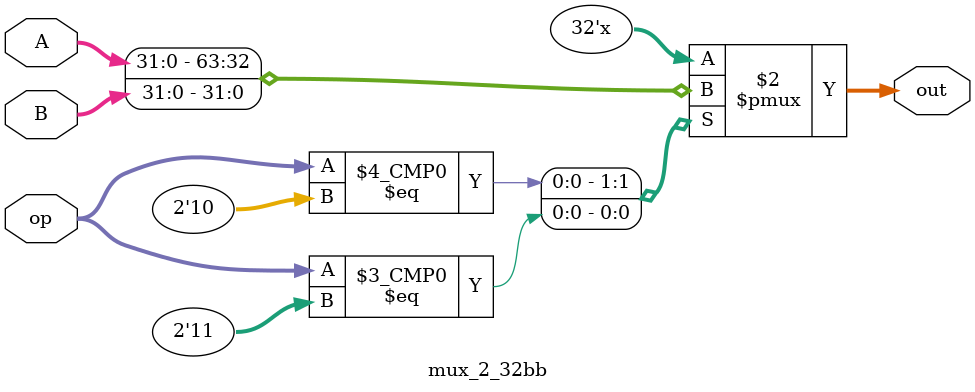
<source format=v>
`timescale 1ns / 1ps
module mux_2_32bb(
	input [1:0]op,
	input [31:0] A, B,	
	output reg [31:0] out
);
	always@(*)
	begin
		case(op)
			2'b10:out<=A;
			2'b11:out<=B;
		endcase
	end
endmodule
</source>
